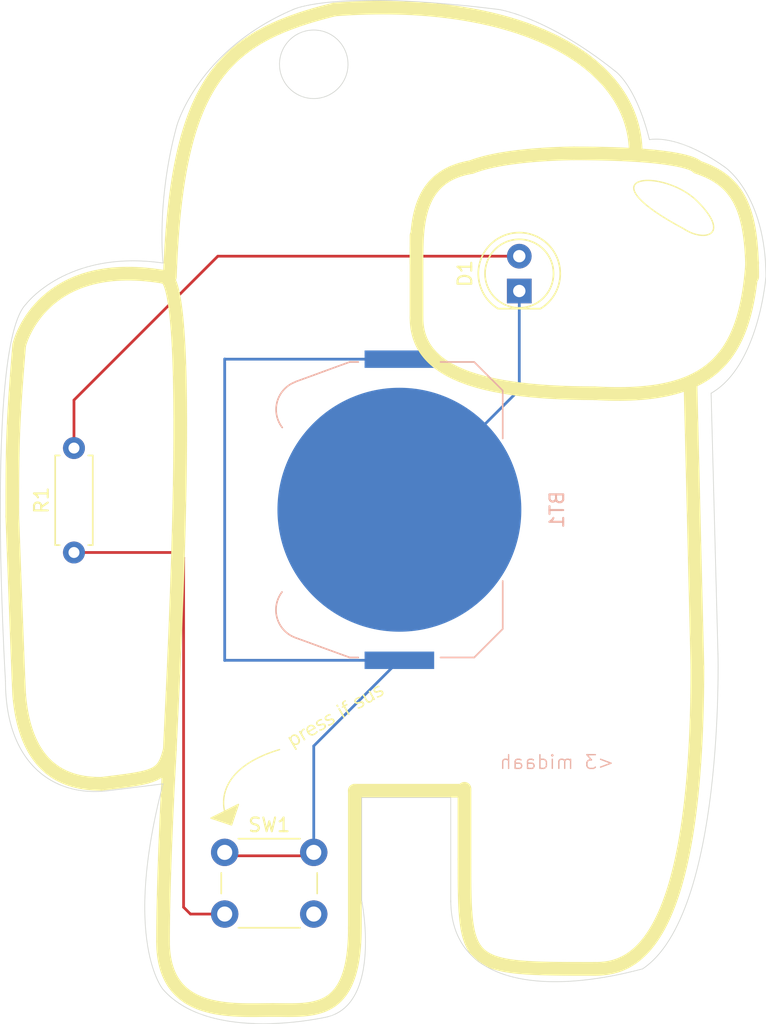
<source format=kicad_pcb>
(kicad_pcb (version 20241229) (generator "pcbnew") (generator_version "9.0")
  (layers (0 "F.Cu" signal) (2 "B.Cu" signal) (13 "F.Paste" user) (15 "B.Paste" user) (5 "F.SilkS" user "F.Silkscreen") (7 "B.SilkS" user "B.Silkscreen") (1 "F.Mask" user) (3 "B.Mask" user) (25 "Edge.Cuts" user))
  (net 0 "")
  (net 1 "Net-(BT1-+)")
  (net 2 "Net-(BT1--)")
  (net 3 "Net-(D1-A)")
  (net 4 "Net-(R1-Pad1)")
  (footprint "Button_Switch_THT:SW_PUSH_6mm" (layer "F.Cu") (at 115.5 113.5)
    (property "Reference" "SW1" (at 3.25 -2 0) (layer "F.SilkS"))
    (property "Value" "SW_Push")
    (fp_line (start -0.25 1.5) (end -0.25 3) (stroke (width 0.12)) (layer "F.SilkS"))
    (fp_line (start 1 5.5) (end 5.5 5.5) (stroke (width 0.12)) (layer "F.SilkS"))
    (fp_line (start 5.5 -1) (end 1 -1) (stroke (width 0.12)) (layer "F.SilkS"))
    (fp_line (start 6.75 3) (end 6.75 1.5) (stroke (width 0.12)) (layer "F.SilkS"))
    (pad "1" thru_hole circle (at 0 0 90) (size 2 2) (drill 1.1) (layers "*.Cu" "*.Mask") (net 1 "Net-(BT1-+)"))
    (pad "1" thru_hole circle (at 6.5 0 90) (size 2 2) (drill 1.1) (layers "*.Cu" "*.Mask") (net 1 "Net-(BT1-+)"))
    (pad "2" thru_hole circle (at 0 4.5 90) (size 2 2) (drill 1.1) (layers "*.Cu" "*.Mask") (net 4 "Net-(R1-Pad1)"))
    (pad "2" thru_hole circle (at 6.5 4.5 90) (size 2 2) (drill 1.1) (layers "*.Cu" "*.Mask") (net 4 "Net-(R1-Pad1)"))
  )
  (footprint "LED_THT:LED_D5.0mm" (layer "F.Cu") (at 137 72.54 90)
    (property "Reference" "D1" (at 1.27 -3.96 90) (layer "F.SilkS"))
    (property "Value" "LED")
    (fp_line (start -1.29 -1.545) (end -1.29 1.545) (stroke (width 0.12)) (layer "F.SilkS"))
    (fp_arc (start -1.29 -1.54483) (mid 2.071756 -2.880501) (end 4.26 -0.000048) (stroke (width 0.12)) (layer "F.SilkS"))
    (fp_arc (start 4.26 0.000048) (mid 2.071756 2.880501) (end -1.29 1.54483) (stroke (width 0.12)) (layer "F.SilkS"))
    (fp_circle (center 1.27 0) (end 3.77 0) (stroke (width 0.12)) (fill no) (layer "F.SilkS"))
    (pad "1" thru_hole rect (at 0 0 90) (size 1.8 1.8) (drill 0.9) (layers "*.Cu" "*.Mask") (net 2 "Net-(BT1--)"))
    (pad "2" thru_hole circle (at 2.54 0 90) (size 1.8 1.8) (drill 0.9) (layers "*.Cu" "*.Mask") (net 3 "Net-(D1-A)"))
  )
  (footprint "Resistor_THT:R_Axial_DIN0207_L6.3mm_D2.5mm_P7.62mm_Horizontal" (layer "F.Cu") (at 104.5 91.62 90)
    (property "Reference" "R1" (at 3.81 -2.37 90) (layer "F.SilkS"))
    (property "Value" "R")
    (fp_line (start 7.08 -1.37) (end 7.08 -1.04) (stroke (width 0.12)) (layer "F.SilkS"))
    (fp_line (start 0.54 -1.37) (end 7.08 -1.37) (stroke (width 0.12)) (layer "F.SilkS"))
    (fp_line (start 0.54 -1.04) (end 0.54 -1.37) (stroke (width 0.12)) (layer "F.SilkS"))
    (fp_line (start 0.54 1.04) (end 0.54 1.37) (stroke (width 0.12)) (layer "F.SilkS"))
    (fp_line (start 7.08 1.37) (end 7.08 1.04) (stroke (width 0.12)) (layer "F.SilkS"))
    (fp_line (start 0.54 1.37) (end 7.08 1.37) (stroke (width 0.12)) (layer "F.SilkS"))
    (pad "1" thru_hole circle (at 0 0 90) (size 1.6 1.6) (drill 0.8) (layers "*.Cu" "*.Mask") (net 4 "Net-(R1-Pad1)"))
    (pad "2" thru_hole oval (at 7.62 0 90) (size 1.6 1.6) (drill 0.8) (layers "*.Cu" "*.Mask") (net 3 "Net-(D1-A)"))
  )
  (footprint "Battery:BatteryHolder_Keystone_3034_1x20mm" (layer "B.Cu") (at 128.249999 88.5 90)
    (property "Reference" "BT1" (at 0 11.5 90) (layer "B.SilkS") (effects (justify mirror)))
    (property "Value" "Battery_Cell")
    (fp_line (start 10.78 -3.63) (end 9.34 -7.58) (stroke (width 0.12)) (layer "B.SilkS"))
    (fp_line (start -10.78 -3.63) (end -9.34 -7.58) (stroke (width 0.12)) (layer "B.SilkS"))
    (fp_line (start 10.78 -3) (end 10.78 -3.63) (stroke (width 0.12)) (layer "B.SilkS"))
    (fp_line (start -10.78 -3) (end -10.78 -3.63) (stroke (width 0.12)) (layer "B.SilkS"))
    (fp_line (start 10.78 5.46) (end 10.78 3) (stroke (width 0.12)) (layer "B.SilkS"))
    (fp_line (start -10.78 5.46) (end -10.78 3) (stroke (width 0.12)) (layer "B.SilkS"))
    (fp_line (start 8.7 7.54) (end 10.78 5.46) (stroke (width 0.12)) (layer "B.SilkS"))
    (fp_line (start 8.7 7.54) (end 5.2 7.54) (stroke (width 0.12)) (layer "B.SilkS"))
    (fp_line (start -5.2 7.54) (end -8.7 7.54) (stroke (width 0.12)) (layer "B.SilkS"))
    (fp_line (start -8.7 7.54) (end -10.78 5.46) (stroke (width 0.12)) (layer "B.SilkS"))
    (fp_arc (start 6 -8.55) (mid 7.90634 -8.911669) (end 9.325243 -7.588169) (stroke (width 0.12)) (layer "B.SilkS"))
    (fp_arc (start -9.34 -7.58) (mid -7.921654 -8.918738) (end -6.003354 -8.56653) (stroke (width 0.12)) (layer "B.SilkS"))
    (pad "1" smd rect (at -10.985 0 90) (size 1.27 5.08) (layers "B.Cu" "B.Mask" "B.Paste") (net 1 "Net-(BT1-+)"))
    (pad "1" smd rect (at 10.985 0 90) (size 1.27 5.08) (layers "B.Cu" "B.Mask" "B.Paste") (net 1 "Net-(BT1-+)"))
    (pad "2" smd circle (at 0 0 90) (size 17.8 17.8) (layers "B.Cu" "B.Mask") (net 2 "Net-(BT1--)"))
  )
  (gr_curve (pts (xy 142.5 80) (xy 133 80) (xy 129.5 78) (xy 129.5 74.5)) (stroke (width 1)) (layer "F.SilkS"))
  (gr_curve (pts (xy 111 71.5) (xy 102 70) (xy 100.5 76.5) (xy 100.5 76.5)) (stroke (width 1)) (layer "F.SilkS"))
  (gr_curve (pts (xy 154 70.5) (xy 153.5 77.5) (xy 151 80.5) (xy 142.5 80)) (stroke (width 1)) (layer "F.SilkS"))
  (gr_curve (pts (xy 133.5 63.5) (xy 136 62.5) (xy 141 62.5) (xy 141 62.5)) (stroke (width 1)) (layer "F.SilkS"))
  (gr_curve (pts (xy 150 100) (xy 150 121) (xy 145 122) (xy 142.5 122)) (stroke (width 1)) (layer "F.SilkS"))
  (gr_poly (pts (xy 114.5 111) (xy 116.5 110) (xy 116 111.5)) (stroke (width 0.1)) (fill yes) (layer "F.SilkS"))
  (gr_curve (pts (xy 111 120) (xy 111 114.5) (xy 111.5 106) (xy 111.5 106)) (stroke (width 1)) (layer "F.SilkS"))
  (gr_curve (pts (xy 142.5 122) (xy 133 122) (xy 133 122) (xy 133 114)) (stroke (width 1)) (layer "F.SilkS"))
  (gr_curve (pts (xy 111.5 106) (xy 111.5 105) (xy 113.5 71) (xy 111 71.5)) (stroke (width 1)) (layer "F.SilkS"))
  (gr_curve (pts (xy 106.5 108.5) (xy 110.5 108) (xy 111 108) (xy 111.5 106)) (stroke (width 1)) (layer "F.SilkS"))
  (gr_curve (pts (xy 129.5 74.5) (xy 129.5 72.5) (xy 129.5 73.5) (xy 129.5 68.5)) (stroke (width 1)) (layer "F.SilkS"))
  (gr_curve (pts (xy 119.5 106) (xy 114.5 107.5) (xy 115.5 110.5) (xy 115.5 110.5)) (stroke (width 0.1)) (layer "F.SilkS"))
  (gr_curve (pts (xy 100.5 76.5) (xy 100 82.5) (xy 100 84) (xy 100 89)) (stroke (width 1)) (layer "F.SilkS"))
  (gr_curve (pts (xy 125 119) (xy 125 125.5) (xy 122 125) (xy 119 125)) (stroke (width 1)) (layer "F.SilkS"))
  (gr_curve (pts (xy 149 68) (xy 141.5 64) (xy 147.5 63.5) (xy 150 66)) (stroke (width 0.1)) (layer "F.SilkS"))
  (gr_curve (pts (xy 119 125) (xy 116 125) (xy 111 125.5) (xy 111 120)) (stroke (width 1)) (layer "F.SilkS"))
  (gr_curve (pts (xy 141 62.5) (xy 149.5 62.5) (xy 150 63.5) (xy 150 63.5)) (stroke (width 1)) (layer "F.SilkS"))
  (gr_curve (pts (xy 100.5 102) (xy 101 108) (xy 104.5 108.5) (xy 106.5 108.5)) (stroke (width 1)) (layer "F.SilkS"))
  (gr_curve (pts (xy 125 109) (xy 125 119) (xy 125 119) (xy 125 119)) (stroke (width 1)) (layer "F.SilkS"))
  (gr_curve (pts (xy 100 89) (xy 100.5 102.5) (xy 100.5 102) (xy 100.5 102)) (stroke (width 1)) (layer "F.SilkS"))
  (gr_curve (pts (xy 133 114) (xy 133 106) (xy 133 110) (xy 133 109)) (stroke (width 1)) (layer "F.SilkS"))
  (gr_curve (pts (xy 150 66) (xy 152.5 68.5) (xy 150.5 69) (xy 149 68)) (stroke (width 0.1)) (layer "F.SilkS"))
  (gr_curve (pts (xy 111.5 71.5) (xy 112 57) (xy 115.5 54) (xy 123.5 52)) (stroke (width 1)) (layer "F.SilkS"))
  (gr_curve (pts (xy 129.5 70.5) (xy 129.5 67.654757) (xy 129.5 64.154757) (xy 133.5 63.5)) (stroke (width 1)) (layer "F.SilkS"))
  (gr_curve (pts (xy 149.5 79.5) (xy 150 100) (xy 150 100) (xy 150 100)) (stroke (width 1)) (layer "F.SilkS"))
  (gr_curve (pts (xy 150 63.5) (xy 153 64.5) (xy 154 66.5) (xy 154 71.5)) (stroke (width 1)) (layer "F.SilkS"))
  (gr_curve (pts (xy 123.5 52) (xy 136.5 51) (xy 145.5 55.5) (xy 145.5 62.5)) (stroke (width 1)) (layer "F.SilkS"))
  (gr_curve (pts (xy 133 109) (xy 124.5 109) (xy 125 109) (xy 125 109)) (stroke (width 1)) (layer "F.SilkS"))
  (gr_curve (pts (xy 146.5 61.5) (xy 145.5 57.5) (xy 144 56.5) (xy 144 56.5)) (stroke (width 0.05)) (layer "Edge.Cuts"))
  (gr_circle (center 122 56) (end 124.5 56) (stroke (width 0.05)) (fill no) (layer "Edge.Cuts"))
  (gr_curve (pts (xy 135.5 52) (xy 123.5 50.5) (xy 120.5 52) (xy 120.5 52)) (stroke (width 0.05)) (layer "Edge.Cuts"))
  (gr_curve (pts (xy 120.5 52) (xy 113.5 55) (xy 112 60.5) (xy 112 60.5)) (stroke (width 0.05)) (layer "Edge.Cuts"))
  (gr_curve (pts (xy 152 63.5) (xy 148.5 61) (xy 146.5 61.5) (xy 146.5 61.5)) (stroke (width 0.05)) (layer "Edge.Cuts"))
  (gr_curve (pts (xy 146 122) (xy 152 118) (xy 151.5 99) (xy 151.5 99)) (stroke (width 0.05)) (layer "Edge.Cuts"))
  (gr_curve (pts (xy 99.5 101) (xy 99.5 107) (xy 103 109.5) (xy 107 109)) (stroke (width 0.05)) (layer "Edge.Cuts"))
  (gr_curve (pts (xy 151.5 99) (xy 151 80) (xy 151 80) (xy 151 80)) (stroke (width 0.05)) (layer "Edge.Cuts"))
  (gr_curve (pts (xy 144 56.5) (xy 139 52.5) (xy 135.5 52) (xy 135.5 52)) (stroke (width 0.05)) (layer "Edge.Cuts"))
  (gr_curve (pts (xy 125.5 117) (xy 125.5 109.5) (xy 125.5 109.5) (xy 125.5 109.5)) (stroke (width 0.05)) (layer "Edge.Cuts"))
  (gr_curve (pts (xy 123 125.5) (xy 127 124.5) (xy 125.5 117) (xy 125.5 117)) (stroke (width 0.05)) (layer "Edge.Cuts"))
  (gr_curve (pts (xy 132 117) (xy 132 123) (xy 138.5 124) (xy 146 122)) (stroke (width 0.05)) (layer "Edge.Cuts"))
  (gr_curve (pts (xy 107 109) (xy 111 108.5) (xy 111 108.5) (xy 111 108.5)) (stroke (width 0.05)) (layer "Edge.Cuts"))
  (gr_curve (pts (xy 101 73.5) (xy 98 76.5) (xy 99.5 101) (xy 99.5 101)) (stroke (width 0.05)) (layer "Edge.Cuts"))
  (gr_curve (pts (xy 155 71.5) (xy 155 65.5) (xy 152 63.5) (xy 152 63.5)) (stroke (width 0.05)) (layer "Edge.Cuts"))
  (gr_curve (pts (xy 111 108.5) (xy 108 120) (xy 111 123.5) (xy 111 123.5)) (stroke (width 0.05)) (layer "Edge.Cuts"))
  (gr_curve (pts (xy 125.5 109.5) (xy 132 109.5) (xy 132 109.5) (xy 132 109.5)) (stroke (width 0.05)) (layer "Edge.Cuts"))
  (gr_curve (pts (xy 111 70.5) (xy 104 69.5) (xy 101 73.5) (xy 101 73.5)) (stroke (width 0.05)) (layer "Edge.Cuts"))
  (gr_curve (pts (xy 112 60.5) (xy 110.5 66) (xy 111 70.5) (xy 111 70.5)) (stroke (width 0.05)) (layer "Edge.Cuts"))
  (gr_curve (pts (xy 151 80) (xy 154.5 78) (xy 155 71.5) (xy 155 71.5)) (stroke (width 0.05)) (layer "Edge.Cuts"))
  (gr_curve (pts (xy 132 109.5) (xy 132 117) (xy 132 117.5) (xy 132 117)) (stroke (width 0.05)) (layer "Edge.Cuts"))
  (gr_curve (pts (xy 111 123.5) (xy 114.5 127.5) (xy 123 125.5) (xy 123 125.5)) (stroke (width 0.05)) (layer "Edge.Cuts"))
  (gr_text "press if sus\n" (at 120.5 106 30) (layer "F.SilkS") (effects (font (size 1 1) (thickness 0.1)) (justify left bottom)))
  (gr_text "<3 midaah" (at 144 107.5 0) (layer "B.SilkS") (effects (font (size 1 1) (thickness 0.1)) (justify left bottom mirror)))
  (segment (start 115.25 113.75) (end 121.75 113.75) (width 0.2) (layer "F.Cu") (net 1))
  (segment (start 115.5 99.5) (end 115.5 77.5) (width 0.2) (layer "B.Cu") (net 1))
  (segment (start 122 105.734999) (end 128.249999 99.485) (width 0.2) (layer "B.Cu") (net 1))
  (segment (start 115.515 77.515) (end 128.249999 77.515) (width 0.2) (layer "B.Cu") (net 1))
  (segment (start 128.249999 99.485) (end 115.515 99.485) (width 0.2) (layer "B.Cu") (net 1))
  (segment (start 115.5 77.5) (end 115.515 77.515) (width 0.2) (layer "B.Cu") (net 1))
  (segment (start 115.515 99.485) (end 115.5 99.5) (width 0.2) (layer "B.Cu") (net 1))
  (segment (start 122 113.5) (end 122 105.734999) (width 0.2) (layer "B.Cu") (net 1))
  (segment (start 137 79.749999) (end 128.249999 88.5) (width 0.2) (layer "B.Cu") (net 2))
  (segment (start 137 72.54) (end 137 79.749999) (width 0.2) (layer "B.Cu") (net 2))
  (segment (start 137 70) (end 115 70) (width 0.2) (layer "F.Cu") (net 3))
  (segment (start 104.5 80.5) (end 104.5 84) (width 0.2) (layer "F.Cu") (net 3))
  (segment (start 115 70) (end 104.5 80.5) (width 0.2) (layer "F.Cu") (net 3))
  (segment (start 112.106099 91.606099) (end 112.5 92) (width 0.2) (layer "F.Cu") (net 4))
  (segment (start 112.5 117.5) (end 113 118) (width 0.2) (layer "F.Cu") (net 4))
  (segment (start 104.5 91.62) (end 112.092198 91.62) (width 0.2) (layer "F.Cu") (net 4))
  (segment (start 113 118) (end 115.5 118) (width 0.2) (layer "F.Cu") (net 4))
  (segment (start 112.092198 91.62) (end 112.106099 91.606099) (width 0.2) (layer "F.Cu") (net 4))
  (segment (start 112.5 92) (end 112.5 117.5) (width 0.2) (layer "F.Cu") (net 4))
)
</source>
